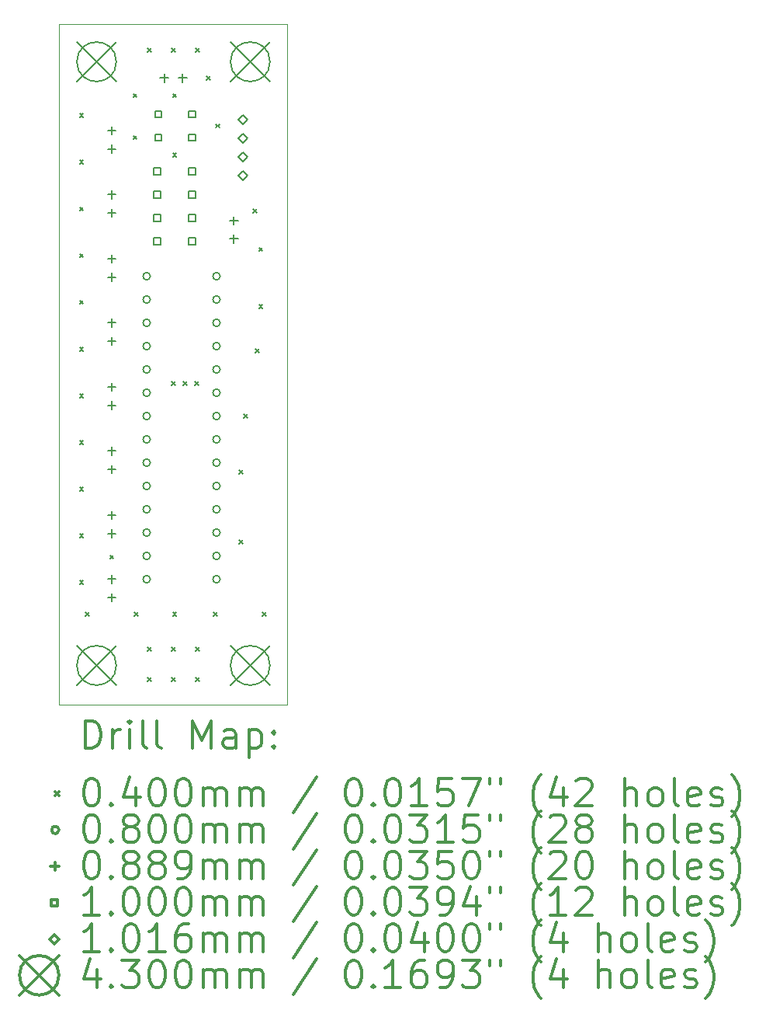
<source format=gbr>
%FSLAX45Y45*%
G04 Gerber Fmt 4.5, Leading zero omitted, Abs format (unit mm)*
G04 Created by KiCad (PCBNEW 5.1.10) date 2021-12-13 09:12:37*
%MOMM*%
%LPD*%
G01*
G04 APERTURE LIST*
%TA.AperFunction,Profile*%
%ADD10C,0.100000*%
%TD*%
%ADD11C,0.200000*%
%ADD12C,0.300000*%
G04 APERTURE END LIST*
D10*
X5969000Y-9601200D02*
X5969000Y-2184400D01*
X8458200Y-9601200D02*
X5969000Y-9601200D01*
X8458200Y-2184400D02*
X8458200Y-9601200D01*
X5969000Y-2184400D02*
X8458200Y-2184400D01*
D11*
X6190300Y-3157600D02*
X6230300Y-3197600D01*
X6230300Y-3157600D02*
X6190300Y-3197600D01*
X6190300Y-3666350D02*
X6230300Y-3706350D01*
X6230300Y-3666350D02*
X6190300Y-3706350D01*
X6190300Y-4175100D02*
X6230300Y-4215100D01*
X6230300Y-4175100D02*
X6190300Y-4215100D01*
X6190300Y-4683850D02*
X6230300Y-4723850D01*
X6230300Y-4683850D02*
X6190300Y-4723850D01*
X6190300Y-5192600D02*
X6230300Y-5232600D01*
X6230300Y-5192600D02*
X6190300Y-5232600D01*
X6190300Y-5701350D02*
X6230300Y-5741350D01*
X6230300Y-5701350D02*
X6190300Y-5741350D01*
X6190300Y-6210100D02*
X6230300Y-6250100D01*
X6230300Y-6210100D02*
X6190300Y-6250100D01*
X6190300Y-6718850D02*
X6230300Y-6758850D01*
X6230300Y-6718850D02*
X6190300Y-6758850D01*
X6190300Y-7227600D02*
X6230300Y-7267600D01*
X6230300Y-7227600D02*
X6190300Y-7267600D01*
X6190300Y-7736350D02*
X6230300Y-7776350D01*
X6230300Y-7736350D02*
X6190300Y-7776350D01*
X6190300Y-8245100D02*
X6230300Y-8285100D01*
X6230300Y-8245100D02*
X6190300Y-8285100D01*
X6253800Y-8590600D02*
X6293800Y-8630600D01*
X6293800Y-8590600D02*
X6253800Y-8630600D01*
X6520500Y-7968300D02*
X6560500Y-8008300D01*
X6560500Y-7968300D02*
X6520500Y-8008300D01*
X6774500Y-2939100D02*
X6814500Y-2979100D01*
X6814500Y-2939100D02*
X6774500Y-2979100D01*
X6774500Y-3396300D02*
X6814500Y-3436300D01*
X6814500Y-3396300D02*
X6774500Y-3436300D01*
X6787200Y-8590600D02*
X6827200Y-8630600D01*
X6827200Y-8590600D02*
X6787200Y-8630600D01*
X6929500Y-2443800D02*
X6969500Y-2483800D01*
X6969500Y-2443800D02*
X6929500Y-2483800D01*
X6929500Y-8971600D02*
X6969500Y-9011600D01*
X6969500Y-8971600D02*
X6929500Y-9011600D01*
X6929500Y-9301800D02*
X6969500Y-9341800D01*
X6969500Y-9301800D02*
X6929500Y-9341800D01*
X7193600Y-2443800D02*
X7233600Y-2483800D01*
X7233600Y-2443800D02*
X7193600Y-2483800D01*
X7193600Y-8971600D02*
X7233600Y-9011600D01*
X7233600Y-8971600D02*
X7193600Y-9011600D01*
X7193600Y-9301800D02*
X7233600Y-9341800D01*
X7233600Y-9301800D02*
X7193600Y-9341800D01*
X7193600Y-6076000D02*
X7233600Y-6116000D01*
X7233600Y-6076000D02*
X7193600Y-6116000D01*
X7206300Y-2939100D02*
X7246300Y-2979100D01*
X7246300Y-2939100D02*
X7206300Y-2979100D01*
X7206300Y-3586800D02*
X7246300Y-3626800D01*
X7246300Y-3586800D02*
X7206300Y-3626800D01*
X7206300Y-8590600D02*
X7246300Y-8630600D01*
X7246300Y-8590600D02*
X7206300Y-8630600D01*
X7320600Y-6076000D02*
X7360600Y-6116000D01*
X7360600Y-6076000D02*
X7320600Y-6116000D01*
X7447600Y-6076000D02*
X7487600Y-6116000D01*
X7487600Y-6076000D02*
X7447600Y-6116000D01*
X7457700Y-2443800D02*
X7497700Y-2483800D01*
X7497700Y-2443800D02*
X7457700Y-2483800D01*
X7457700Y-8971600D02*
X7497700Y-9011600D01*
X7497700Y-8971600D02*
X7457700Y-9011600D01*
X7457700Y-9301800D02*
X7497700Y-9341800D01*
X7497700Y-9301800D02*
X7457700Y-9341800D01*
X7574600Y-2748600D02*
X7614600Y-2788600D01*
X7614600Y-2748600D02*
X7574600Y-2788600D01*
X7650800Y-8590600D02*
X7690800Y-8630600D01*
X7690800Y-8590600D02*
X7650800Y-8630600D01*
X7676200Y-3269300D02*
X7716200Y-3309300D01*
X7716200Y-3269300D02*
X7676200Y-3309300D01*
X7930200Y-7041200D02*
X7970200Y-7081200D01*
X7970200Y-7041200D02*
X7930200Y-7081200D01*
X7930200Y-7803200D02*
X7970200Y-7843200D01*
X7970200Y-7803200D02*
X7930200Y-7843200D01*
X7981000Y-6431600D02*
X8021000Y-6471600D01*
X8021000Y-6431600D02*
X7981000Y-6471600D01*
X8082600Y-4196400D02*
X8122600Y-4236400D01*
X8122600Y-4196400D02*
X8082600Y-4236400D01*
X8108000Y-5720400D02*
X8148000Y-5760400D01*
X8148000Y-5720400D02*
X8108000Y-5760400D01*
X8146100Y-4615500D02*
X8186100Y-4655500D01*
X8186100Y-4615500D02*
X8146100Y-4655500D01*
X8146100Y-5237800D02*
X8186100Y-5277800D01*
X8186100Y-5237800D02*
X8146100Y-5277800D01*
X8184200Y-8590600D02*
X8224200Y-8630600D01*
X8224200Y-8590600D02*
X8184200Y-8630600D01*
X6961500Y-4927600D02*
G75*
G03*
X6961500Y-4927600I-40000J0D01*
G01*
X6961500Y-5181600D02*
G75*
G03*
X6961500Y-5181600I-40000J0D01*
G01*
X6961500Y-5435600D02*
G75*
G03*
X6961500Y-5435600I-40000J0D01*
G01*
X6961500Y-5689600D02*
G75*
G03*
X6961500Y-5689600I-40000J0D01*
G01*
X6961500Y-5943600D02*
G75*
G03*
X6961500Y-5943600I-40000J0D01*
G01*
X6961500Y-6197600D02*
G75*
G03*
X6961500Y-6197600I-40000J0D01*
G01*
X6961500Y-6451600D02*
G75*
G03*
X6961500Y-6451600I-40000J0D01*
G01*
X6961500Y-6705600D02*
G75*
G03*
X6961500Y-6705600I-40000J0D01*
G01*
X6961500Y-6959600D02*
G75*
G03*
X6961500Y-6959600I-40000J0D01*
G01*
X6961500Y-7213600D02*
G75*
G03*
X6961500Y-7213600I-40000J0D01*
G01*
X6961500Y-7467600D02*
G75*
G03*
X6961500Y-7467600I-40000J0D01*
G01*
X6961500Y-7721600D02*
G75*
G03*
X6961500Y-7721600I-40000J0D01*
G01*
X6961500Y-7975600D02*
G75*
G03*
X6961500Y-7975600I-40000J0D01*
G01*
X6961500Y-8229600D02*
G75*
G03*
X6961500Y-8229600I-40000J0D01*
G01*
X7723500Y-4927600D02*
G75*
G03*
X7723500Y-4927600I-40000J0D01*
G01*
X7723500Y-5181600D02*
G75*
G03*
X7723500Y-5181600I-40000J0D01*
G01*
X7723500Y-5435600D02*
G75*
G03*
X7723500Y-5435600I-40000J0D01*
G01*
X7723500Y-5689600D02*
G75*
G03*
X7723500Y-5689600I-40000J0D01*
G01*
X7723500Y-5943600D02*
G75*
G03*
X7723500Y-5943600I-40000J0D01*
G01*
X7723500Y-6197600D02*
G75*
G03*
X7723500Y-6197600I-40000J0D01*
G01*
X7723500Y-6451600D02*
G75*
G03*
X7723500Y-6451600I-40000J0D01*
G01*
X7723500Y-6705600D02*
G75*
G03*
X7723500Y-6705600I-40000J0D01*
G01*
X7723500Y-6959600D02*
G75*
G03*
X7723500Y-6959600I-40000J0D01*
G01*
X7723500Y-7213600D02*
G75*
G03*
X7723500Y-7213600I-40000J0D01*
G01*
X7723500Y-7467600D02*
G75*
G03*
X7723500Y-7467600I-40000J0D01*
G01*
X7723500Y-7721600D02*
G75*
G03*
X7723500Y-7721600I-40000J0D01*
G01*
X7723500Y-7975600D02*
G75*
G03*
X7723500Y-7975600I-40000J0D01*
G01*
X7723500Y-8229600D02*
G75*
G03*
X7723500Y-8229600I-40000J0D01*
G01*
X6540500Y-3295650D02*
X6540500Y-3384550D01*
X6496050Y-3340100D02*
X6584950Y-3340100D01*
X6540500Y-3495650D02*
X6540500Y-3584550D01*
X6496050Y-3540100D02*
X6584950Y-3540100D01*
X6540500Y-3994150D02*
X6540500Y-4083050D01*
X6496050Y-4038600D02*
X6584950Y-4038600D01*
X6540500Y-4194150D02*
X6540500Y-4283050D01*
X6496050Y-4238600D02*
X6584950Y-4238600D01*
X6540500Y-4692650D02*
X6540500Y-4781550D01*
X6496050Y-4737100D02*
X6584950Y-4737100D01*
X6540500Y-4892650D02*
X6540500Y-4981550D01*
X6496050Y-4937100D02*
X6584950Y-4937100D01*
X6540500Y-5391150D02*
X6540500Y-5480050D01*
X6496050Y-5435600D02*
X6584950Y-5435600D01*
X6540500Y-5591150D02*
X6540500Y-5680050D01*
X6496050Y-5635600D02*
X6584950Y-5635600D01*
X6540500Y-6089650D02*
X6540500Y-6178550D01*
X6496050Y-6134100D02*
X6584950Y-6134100D01*
X6540500Y-6289650D02*
X6540500Y-6378550D01*
X6496050Y-6334100D02*
X6584950Y-6334100D01*
X6540500Y-6788150D02*
X6540500Y-6877050D01*
X6496050Y-6832600D02*
X6584950Y-6832600D01*
X6540500Y-6988150D02*
X6540500Y-7077050D01*
X6496050Y-7032600D02*
X6584950Y-7032600D01*
X6540500Y-7486650D02*
X6540500Y-7575550D01*
X6496050Y-7531100D02*
X6584950Y-7531100D01*
X6540500Y-7686650D02*
X6540500Y-7775550D01*
X6496050Y-7731100D02*
X6584950Y-7731100D01*
X6540500Y-8185150D02*
X6540500Y-8274050D01*
X6496050Y-8229600D02*
X6584950Y-8229600D01*
X6540500Y-8385150D02*
X6540500Y-8474050D01*
X6496050Y-8429600D02*
X6584950Y-8429600D01*
X7113600Y-2724150D02*
X7113600Y-2813050D01*
X7069150Y-2768600D02*
X7158050Y-2768600D01*
X7313600Y-2724150D02*
X7313600Y-2813050D01*
X7269150Y-2768600D02*
X7358050Y-2768600D01*
X7874000Y-4276750D02*
X7874000Y-4365650D01*
X7829550Y-4321200D02*
X7918450Y-4321200D01*
X7874000Y-4476750D02*
X7874000Y-4565650D01*
X7829550Y-4521200D02*
X7918450Y-4521200D01*
X7071156Y-3819956D02*
X7071156Y-3749244D01*
X7000444Y-3749244D01*
X7000444Y-3819956D01*
X7071156Y-3819956D01*
X7071156Y-4073956D02*
X7071156Y-4003244D01*
X7000444Y-4003244D01*
X7000444Y-4073956D01*
X7071156Y-4073956D01*
X7071156Y-4327956D02*
X7071156Y-4257244D01*
X7000444Y-4257244D01*
X7000444Y-4327956D01*
X7071156Y-4327956D01*
X7071156Y-4581956D02*
X7071156Y-4511244D01*
X7000444Y-4511244D01*
X7000444Y-4581956D01*
X7071156Y-4581956D01*
X7083856Y-3197656D02*
X7083856Y-3126944D01*
X7013144Y-3126944D01*
X7013144Y-3197656D01*
X7083856Y-3197656D01*
X7083856Y-3451656D02*
X7083856Y-3380944D01*
X7013144Y-3380944D01*
X7013144Y-3451656D01*
X7083856Y-3451656D01*
X7452156Y-3199656D02*
X7452156Y-3128944D01*
X7381444Y-3128944D01*
X7381444Y-3199656D01*
X7452156Y-3199656D01*
X7452156Y-3453656D02*
X7452156Y-3382944D01*
X7381444Y-3382944D01*
X7381444Y-3453656D01*
X7452156Y-3453656D01*
X7452156Y-3819956D02*
X7452156Y-3749244D01*
X7381444Y-3749244D01*
X7381444Y-3819956D01*
X7452156Y-3819956D01*
X7452156Y-4073956D02*
X7452156Y-4003244D01*
X7381444Y-4003244D01*
X7381444Y-4073956D01*
X7452156Y-4073956D01*
X7452156Y-4327956D02*
X7452156Y-4257244D01*
X7381444Y-4257244D01*
X7381444Y-4327956D01*
X7452156Y-4327956D01*
X7452156Y-4581956D02*
X7452156Y-4511244D01*
X7381444Y-4511244D01*
X7381444Y-4581956D01*
X7452156Y-4581956D01*
X7975600Y-3271200D02*
X8026400Y-3220400D01*
X7975600Y-3169600D01*
X7924800Y-3220400D01*
X7975600Y-3271200D01*
X7975600Y-3476200D02*
X8026400Y-3425400D01*
X7975600Y-3374600D01*
X7924800Y-3425400D01*
X7975600Y-3476200D01*
X7975600Y-3681200D02*
X8026400Y-3630400D01*
X7975600Y-3579600D01*
X7924800Y-3630400D01*
X7975600Y-3681200D01*
X7975600Y-3886200D02*
X8026400Y-3835400D01*
X7975600Y-3784600D01*
X7924800Y-3835400D01*
X7975600Y-3886200D01*
X6160400Y-2375800D02*
X6590400Y-2805800D01*
X6590400Y-2375800D02*
X6160400Y-2805800D01*
X6590400Y-2590800D02*
G75*
G03*
X6590400Y-2590800I-215000J0D01*
G01*
X6160400Y-8954400D02*
X6590400Y-9384400D01*
X6590400Y-8954400D02*
X6160400Y-9384400D01*
X6590400Y-9169400D02*
G75*
G03*
X6590400Y-9169400I-215000J0D01*
G01*
X7836800Y-2375800D02*
X8266800Y-2805800D01*
X8266800Y-2375800D02*
X7836800Y-2805800D01*
X8266800Y-2590800D02*
G75*
G03*
X8266800Y-2590800I-215000J0D01*
G01*
X7836800Y-8954400D02*
X8266800Y-9384400D01*
X8266800Y-8954400D02*
X7836800Y-9384400D01*
X8266800Y-9169400D02*
G75*
G03*
X8266800Y-9169400I-215000J0D01*
G01*
D12*
X6250428Y-10071914D02*
X6250428Y-9771914D01*
X6321857Y-9771914D01*
X6364714Y-9786200D01*
X6393286Y-9814772D01*
X6407571Y-9843343D01*
X6421857Y-9900486D01*
X6421857Y-9943343D01*
X6407571Y-10000486D01*
X6393286Y-10029057D01*
X6364714Y-10057629D01*
X6321857Y-10071914D01*
X6250428Y-10071914D01*
X6550428Y-10071914D02*
X6550428Y-9871914D01*
X6550428Y-9929057D02*
X6564714Y-9900486D01*
X6579000Y-9886200D01*
X6607571Y-9871914D01*
X6636143Y-9871914D01*
X6736143Y-10071914D02*
X6736143Y-9871914D01*
X6736143Y-9771914D02*
X6721857Y-9786200D01*
X6736143Y-9800486D01*
X6750428Y-9786200D01*
X6736143Y-9771914D01*
X6736143Y-9800486D01*
X6921857Y-10071914D02*
X6893286Y-10057629D01*
X6879000Y-10029057D01*
X6879000Y-9771914D01*
X7079000Y-10071914D02*
X7050428Y-10057629D01*
X7036143Y-10029057D01*
X7036143Y-9771914D01*
X7421857Y-10071914D02*
X7421857Y-9771914D01*
X7521857Y-9986200D01*
X7621857Y-9771914D01*
X7621857Y-10071914D01*
X7893286Y-10071914D02*
X7893286Y-9914772D01*
X7879000Y-9886200D01*
X7850428Y-9871914D01*
X7793286Y-9871914D01*
X7764714Y-9886200D01*
X7893286Y-10057629D02*
X7864714Y-10071914D01*
X7793286Y-10071914D01*
X7764714Y-10057629D01*
X7750428Y-10029057D01*
X7750428Y-10000486D01*
X7764714Y-9971914D01*
X7793286Y-9957629D01*
X7864714Y-9957629D01*
X7893286Y-9943343D01*
X8036143Y-9871914D02*
X8036143Y-10171914D01*
X8036143Y-9886200D02*
X8064714Y-9871914D01*
X8121857Y-9871914D01*
X8150428Y-9886200D01*
X8164714Y-9900486D01*
X8179000Y-9929057D01*
X8179000Y-10014772D01*
X8164714Y-10043343D01*
X8150428Y-10057629D01*
X8121857Y-10071914D01*
X8064714Y-10071914D01*
X8036143Y-10057629D01*
X8307571Y-10043343D02*
X8321857Y-10057629D01*
X8307571Y-10071914D01*
X8293286Y-10057629D01*
X8307571Y-10043343D01*
X8307571Y-10071914D01*
X8307571Y-9886200D02*
X8321857Y-9900486D01*
X8307571Y-9914772D01*
X8293286Y-9900486D01*
X8307571Y-9886200D01*
X8307571Y-9914772D01*
X5924000Y-10546200D02*
X5964000Y-10586200D01*
X5964000Y-10546200D02*
X5924000Y-10586200D01*
X6307571Y-10401914D02*
X6336143Y-10401914D01*
X6364714Y-10416200D01*
X6379000Y-10430486D01*
X6393286Y-10459057D01*
X6407571Y-10516200D01*
X6407571Y-10587629D01*
X6393286Y-10644772D01*
X6379000Y-10673343D01*
X6364714Y-10687629D01*
X6336143Y-10701914D01*
X6307571Y-10701914D01*
X6279000Y-10687629D01*
X6264714Y-10673343D01*
X6250428Y-10644772D01*
X6236143Y-10587629D01*
X6236143Y-10516200D01*
X6250428Y-10459057D01*
X6264714Y-10430486D01*
X6279000Y-10416200D01*
X6307571Y-10401914D01*
X6536143Y-10673343D02*
X6550428Y-10687629D01*
X6536143Y-10701914D01*
X6521857Y-10687629D01*
X6536143Y-10673343D01*
X6536143Y-10701914D01*
X6807571Y-10501914D02*
X6807571Y-10701914D01*
X6736143Y-10387629D02*
X6664714Y-10601914D01*
X6850428Y-10601914D01*
X7021857Y-10401914D02*
X7050428Y-10401914D01*
X7079000Y-10416200D01*
X7093286Y-10430486D01*
X7107571Y-10459057D01*
X7121857Y-10516200D01*
X7121857Y-10587629D01*
X7107571Y-10644772D01*
X7093286Y-10673343D01*
X7079000Y-10687629D01*
X7050428Y-10701914D01*
X7021857Y-10701914D01*
X6993286Y-10687629D01*
X6979000Y-10673343D01*
X6964714Y-10644772D01*
X6950428Y-10587629D01*
X6950428Y-10516200D01*
X6964714Y-10459057D01*
X6979000Y-10430486D01*
X6993286Y-10416200D01*
X7021857Y-10401914D01*
X7307571Y-10401914D02*
X7336143Y-10401914D01*
X7364714Y-10416200D01*
X7379000Y-10430486D01*
X7393286Y-10459057D01*
X7407571Y-10516200D01*
X7407571Y-10587629D01*
X7393286Y-10644772D01*
X7379000Y-10673343D01*
X7364714Y-10687629D01*
X7336143Y-10701914D01*
X7307571Y-10701914D01*
X7279000Y-10687629D01*
X7264714Y-10673343D01*
X7250428Y-10644772D01*
X7236143Y-10587629D01*
X7236143Y-10516200D01*
X7250428Y-10459057D01*
X7264714Y-10430486D01*
X7279000Y-10416200D01*
X7307571Y-10401914D01*
X7536143Y-10701914D02*
X7536143Y-10501914D01*
X7536143Y-10530486D02*
X7550428Y-10516200D01*
X7579000Y-10501914D01*
X7621857Y-10501914D01*
X7650428Y-10516200D01*
X7664714Y-10544772D01*
X7664714Y-10701914D01*
X7664714Y-10544772D02*
X7679000Y-10516200D01*
X7707571Y-10501914D01*
X7750428Y-10501914D01*
X7779000Y-10516200D01*
X7793286Y-10544772D01*
X7793286Y-10701914D01*
X7936143Y-10701914D02*
X7936143Y-10501914D01*
X7936143Y-10530486D02*
X7950428Y-10516200D01*
X7979000Y-10501914D01*
X8021857Y-10501914D01*
X8050428Y-10516200D01*
X8064714Y-10544772D01*
X8064714Y-10701914D01*
X8064714Y-10544772D02*
X8079000Y-10516200D01*
X8107571Y-10501914D01*
X8150428Y-10501914D01*
X8179000Y-10516200D01*
X8193286Y-10544772D01*
X8193286Y-10701914D01*
X8779000Y-10387629D02*
X8521857Y-10773343D01*
X9164714Y-10401914D02*
X9193286Y-10401914D01*
X9221857Y-10416200D01*
X9236143Y-10430486D01*
X9250428Y-10459057D01*
X9264714Y-10516200D01*
X9264714Y-10587629D01*
X9250428Y-10644772D01*
X9236143Y-10673343D01*
X9221857Y-10687629D01*
X9193286Y-10701914D01*
X9164714Y-10701914D01*
X9136143Y-10687629D01*
X9121857Y-10673343D01*
X9107571Y-10644772D01*
X9093286Y-10587629D01*
X9093286Y-10516200D01*
X9107571Y-10459057D01*
X9121857Y-10430486D01*
X9136143Y-10416200D01*
X9164714Y-10401914D01*
X9393286Y-10673343D02*
X9407571Y-10687629D01*
X9393286Y-10701914D01*
X9379000Y-10687629D01*
X9393286Y-10673343D01*
X9393286Y-10701914D01*
X9593286Y-10401914D02*
X9621857Y-10401914D01*
X9650428Y-10416200D01*
X9664714Y-10430486D01*
X9679000Y-10459057D01*
X9693286Y-10516200D01*
X9693286Y-10587629D01*
X9679000Y-10644772D01*
X9664714Y-10673343D01*
X9650428Y-10687629D01*
X9621857Y-10701914D01*
X9593286Y-10701914D01*
X9564714Y-10687629D01*
X9550428Y-10673343D01*
X9536143Y-10644772D01*
X9521857Y-10587629D01*
X9521857Y-10516200D01*
X9536143Y-10459057D01*
X9550428Y-10430486D01*
X9564714Y-10416200D01*
X9593286Y-10401914D01*
X9979000Y-10701914D02*
X9807571Y-10701914D01*
X9893286Y-10701914D02*
X9893286Y-10401914D01*
X9864714Y-10444772D01*
X9836143Y-10473343D01*
X9807571Y-10487629D01*
X10250428Y-10401914D02*
X10107571Y-10401914D01*
X10093286Y-10544772D01*
X10107571Y-10530486D01*
X10136143Y-10516200D01*
X10207571Y-10516200D01*
X10236143Y-10530486D01*
X10250428Y-10544772D01*
X10264714Y-10573343D01*
X10264714Y-10644772D01*
X10250428Y-10673343D01*
X10236143Y-10687629D01*
X10207571Y-10701914D01*
X10136143Y-10701914D01*
X10107571Y-10687629D01*
X10093286Y-10673343D01*
X10364714Y-10401914D02*
X10564714Y-10401914D01*
X10436143Y-10701914D01*
X10664714Y-10401914D02*
X10664714Y-10459057D01*
X10779000Y-10401914D02*
X10779000Y-10459057D01*
X11221857Y-10816200D02*
X11207571Y-10801914D01*
X11179000Y-10759057D01*
X11164714Y-10730486D01*
X11150428Y-10687629D01*
X11136143Y-10616200D01*
X11136143Y-10559057D01*
X11150428Y-10487629D01*
X11164714Y-10444772D01*
X11179000Y-10416200D01*
X11207571Y-10373343D01*
X11221857Y-10359057D01*
X11464714Y-10501914D02*
X11464714Y-10701914D01*
X11393286Y-10387629D02*
X11321857Y-10601914D01*
X11507571Y-10601914D01*
X11607571Y-10430486D02*
X11621857Y-10416200D01*
X11650428Y-10401914D01*
X11721857Y-10401914D01*
X11750428Y-10416200D01*
X11764714Y-10430486D01*
X11779000Y-10459057D01*
X11779000Y-10487629D01*
X11764714Y-10530486D01*
X11593286Y-10701914D01*
X11779000Y-10701914D01*
X12136143Y-10701914D02*
X12136143Y-10401914D01*
X12264714Y-10701914D02*
X12264714Y-10544772D01*
X12250428Y-10516200D01*
X12221857Y-10501914D01*
X12179000Y-10501914D01*
X12150428Y-10516200D01*
X12136143Y-10530486D01*
X12450428Y-10701914D02*
X12421857Y-10687629D01*
X12407571Y-10673343D01*
X12393286Y-10644772D01*
X12393286Y-10559057D01*
X12407571Y-10530486D01*
X12421857Y-10516200D01*
X12450428Y-10501914D01*
X12493286Y-10501914D01*
X12521857Y-10516200D01*
X12536143Y-10530486D01*
X12550428Y-10559057D01*
X12550428Y-10644772D01*
X12536143Y-10673343D01*
X12521857Y-10687629D01*
X12493286Y-10701914D01*
X12450428Y-10701914D01*
X12721857Y-10701914D02*
X12693286Y-10687629D01*
X12679000Y-10659057D01*
X12679000Y-10401914D01*
X12950428Y-10687629D02*
X12921857Y-10701914D01*
X12864714Y-10701914D01*
X12836143Y-10687629D01*
X12821857Y-10659057D01*
X12821857Y-10544772D01*
X12836143Y-10516200D01*
X12864714Y-10501914D01*
X12921857Y-10501914D01*
X12950428Y-10516200D01*
X12964714Y-10544772D01*
X12964714Y-10573343D01*
X12821857Y-10601914D01*
X13079000Y-10687629D02*
X13107571Y-10701914D01*
X13164714Y-10701914D01*
X13193286Y-10687629D01*
X13207571Y-10659057D01*
X13207571Y-10644772D01*
X13193286Y-10616200D01*
X13164714Y-10601914D01*
X13121857Y-10601914D01*
X13093286Y-10587629D01*
X13079000Y-10559057D01*
X13079000Y-10544772D01*
X13093286Y-10516200D01*
X13121857Y-10501914D01*
X13164714Y-10501914D01*
X13193286Y-10516200D01*
X13307571Y-10816200D02*
X13321857Y-10801914D01*
X13350428Y-10759057D01*
X13364714Y-10730486D01*
X13379000Y-10687629D01*
X13393286Y-10616200D01*
X13393286Y-10559057D01*
X13379000Y-10487629D01*
X13364714Y-10444772D01*
X13350428Y-10416200D01*
X13321857Y-10373343D01*
X13307571Y-10359057D01*
X5964000Y-10962200D02*
G75*
G03*
X5964000Y-10962200I-40000J0D01*
G01*
X6307571Y-10797914D02*
X6336143Y-10797914D01*
X6364714Y-10812200D01*
X6379000Y-10826486D01*
X6393286Y-10855057D01*
X6407571Y-10912200D01*
X6407571Y-10983629D01*
X6393286Y-11040772D01*
X6379000Y-11069343D01*
X6364714Y-11083629D01*
X6336143Y-11097914D01*
X6307571Y-11097914D01*
X6279000Y-11083629D01*
X6264714Y-11069343D01*
X6250428Y-11040772D01*
X6236143Y-10983629D01*
X6236143Y-10912200D01*
X6250428Y-10855057D01*
X6264714Y-10826486D01*
X6279000Y-10812200D01*
X6307571Y-10797914D01*
X6536143Y-11069343D02*
X6550428Y-11083629D01*
X6536143Y-11097914D01*
X6521857Y-11083629D01*
X6536143Y-11069343D01*
X6536143Y-11097914D01*
X6721857Y-10926486D02*
X6693286Y-10912200D01*
X6679000Y-10897914D01*
X6664714Y-10869343D01*
X6664714Y-10855057D01*
X6679000Y-10826486D01*
X6693286Y-10812200D01*
X6721857Y-10797914D01*
X6779000Y-10797914D01*
X6807571Y-10812200D01*
X6821857Y-10826486D01*
X6836143Y-10855057D01*
X6836143Y-10869343D01*
X6821857Y-10897914D01*
X6807571Y-10912200D01*
X6779000Y-10926486D01*
X6721857Y-10926486D01*
X6693286Y-10940772D01*
X6679000Y-10955057D01*
X6664714Y-10983629D01*
X6664714Y-11040772D01*
X6679000Y-11069343D01*
X6693286Y-11083629D01*
X6721857Y-11097914D01*
X6779000Y-11097914D01*
X6807571Y-11083629D01*
X6821857Y-11069343D01*
X6836143Y-11040772D01*
X6836143Y-10983629D01*
X6821857Y-10955057D01*
X6807571Y-10940772D01*
X6779000Y-10926486D01*
X7021857Y-10797914D02*
X7050428Y-10797914D01*
X7079000Y-10812200D01*
X7093286Y-10826486D01*
X7107571Y-10855057D01*
X7121857Y-10912200D01*
X7121857Y-10983629D01*
X7107571Y-11040772D01*
X7093286Y-11069343D01*
X7079000Y-11083629D01*
X7050428Y-11097914D01*
X7021857Y-11097914D01*
X6993286Y-11083629D01*
X6979000Y-11069343D01*
X6964714Y-11040772D01*
X6950428Y-10983629D01*
X6950428Y-10912200D01*
X6964714Y-10855057D01*
X6979000Y-10826486D01*
X6993286Y-10812200D01*
X7021857Y-10797914D01*
X7307571Y-10797914D02*
X7336143Y-10797914D01*
X7364714Y-10812200D01*
X7379000Y-10826486D01*
X7393286Y-10855057D01*
X7407571Y-10912200D01*
X7407571Y-10983629D01*
X7393286Y-11040772D01*
X7379000Y-11069343D01*
X7364714Y-11083629D01*
X7336143Y-11097914D01*
X7307571Y-11097914D01*
X7279000Y-11083629D01*
X7264714Y-11069343D01*
X7250428Y-11040772D01*
X7236143Y-10983629D01*
X7236143Y-10912200D01*
X7250428Y-10855057D01*
X7264714Y-10826486D01*
X7279000Y-10812200D01*
X7307571Y-10797914D01*
X7536143Y-11097914D02*
X7536143Y-10897914D01*
X7536143Y-10926486D02*
X7550428Y-10912200D01*
X7579000Y-10897914D01*
X7621857Y-10897914D01*
X7650428Y-10912200D01*
X7664714Y-10940772D01*
X7664714Y-11097914D01*
X7664714Y-10940772D02*
X7679000Y-10912200D01*
X7707571Y-10897914D01*
X7750428Y-10897914D01*
X7779000Y-10912200D01*
X7793286Y-10940772D01*
X7793286Y-11097914D01*
X7936143Y-11097914D02*
X7936143Y-10897914D01*
X7936143Y-10926486D02*
X7950428Y-10912200D01*
X7979000Y-10897914D01*
X8021857Y-10897914D01*
X8050428Y-10912200D01*
X8064714Y-10940772D01*
X8064714Y-11097914D01*
X8064714Y-10940772D02*
X8079000Y-10912200D01*
X8107571Y-10897914D01*
X8150428Y-10897914D01*
X8179000Y-10912200D01*
X8193286Y-10940772D01*
X8193286Y-11097914D01*
X8779000Y-10783629D02*
X8521857Y-11169343D01*
X9164714Y-10797914D02*
X9193286Y-10797914D01*
X9221857Y-10812200D01*
X9236143Y-10826486D01*
X9250428Y-10855057D01*
X9264714Y-10912200D01*
X9264714Y-10983629D01*
X9250428Y-11040772D01*
X9236143Y-11069343D01*
X9221857Y-11083629D01*
X9193286Y-11097914D01*
X9164714Y-11097914D01*
X9136143Y-11083629D01*
X9121857Y-11069343D01*
X9107571Y-11040772D01*
X9093286Y-10983629D01*
X9093286Y-10912200D01*
X9107571Y-10855057D01*
X9121857Y-10826486D01*
X9136143Y-10812200D01*
X9164714Y-10797914D01*
X9393286Y-11069343D02*
X9407571Y-11083629D01*
X9393286Y-11097914D01*
X9379000Y-11083629D01*
X9393286Y-11069343D01*
X9393286Y-11097914D01*
X9593286Y-10797914D02*
X9621857Y-10797914D01*
X9650428Y-10812200D01*
X9664714Y-10826486D01*
X9679000Y-10855057D01*
X9693286Y-10912200D01*
X9693286Y-10983629D01*
X9679000Y-11040772D01*
X9664714Y-11069343D01*
X9650428Y-11083629D01*
X9621857Y-11097914D01*
X9593286Y-11097914D01*
X9564714Y-11083629D01*
X9550428Y-11069343D01*
X9536143Y-11040772D01*
X9521857Y-10983629D01*
X9521857Y-10912200D01*
X9536143Y-10855057D01*
X9550428Y-10826486D01*
X9564714Y-10812200D01*
X9593286Y-10797914D01*
X9793286Y-10797914D02*
X9979000Y-10797914D01*
X9879000Y-10912200D01*
X9921857Y-10912200D01*
X9950428Y-10926486D01*
X9964714Y-10940772D01*
X9979000Y-10969343D01*
X9979000Y-11040772D01*
X9964714Y-11069343D01*
X9950428Y-11083629D01*
X9921857Y-11097914D01*
X9836143Y-11097914D01*
X9807571Y-11083629D01*
X9793286Y-11069343D01*
X10264714Y-11097914D02*
X10093286Y-11097914D01*
X10179000Y-11097914D02*
X10179000Y-10797914D01*
X10150428Y-10840772D01*
X10121857Y-10869343D01*
X10093286Y-10883629D01*
X10536143Y-10797914D02*
X10393286Y-10797914D01*
X10379000Y-10940772D01*
X10393286Y-10926486D01*
X10421857Y-10912200D01*
X10493286Y-10912200D01*
X10521857Y-10926486D01*
X10536143Y-10940772D01*
X10550428Y-10969343D01*
X10550428Y-11040772D01*
X10536143Y-11069343D01*
X10521857Y-11083629D01*
X10493286Y-11097914D01*
X10421857Y-11097914D01*
X10393286Y-11083629D01*
X10379000Y-11069343D01*
X10664714Y-10797914D02*
X10664714Y-10855057D01*
X10779000Y-10797914D02*
X10779000Y-10855057D01*
X11221857Y-11212200D02*
X11207571Y-11197914D01*
X11179000Y-11155057D01*
X11164714Y-11126486D01*
X11150428Y-11083629D01*
X11136143Y-11012200D01*
X11136143Y-10955057D01*
X11150428Y-10883629D01*
X11164714Y-10840772D01*
X11179000Y-10812200D01*
X11207571Y-10769343D01*
X11221857Y-10755057D01*
X11321857Y-10826486D02*
X11336143Y-10812200D01*
X11364714Y-10797914D01*
X11436143Y-10797914D01*
X11464714Y-10812200D01*
X11479000Y-10826486D01*
X11493286Y-10855057D01*
X11493286Y-10883629D01*
X11479000Y-10926486D01*
X11307571Y-11097914D01*
X11493286Y-11097914D01*
X11664714Y-10926486D02*
X11636143Y-10912200D01*
X11621857Y-10897914D01*
X11607571Y-10869343D01*
X11607571Y-10855057D01*
X11621857Y-10826486D01*
X11636143Y-10812200D01*
X11664714Y-10797914D01*
X11721857Y-10797914D01*
X11750428Y-10812200D01*
X11764714Y-10826486D01*
X11779000Y-10855057D01*
X11779000Y-10869343D01*
X11764714Y-10897914D01*
X11750428Y-10912200D01*
X11721857Y-10926486D01*
X11664714Y-10926486D01*
X11636143Y-10940772D01*
X11621857Y-10955057D01*
X11607571Y-10983629D01*
X11607571Y-11040772D01*
X11621857Y-11069343D01*
X11636143Y-11083629D01*
X11664714Y-11097914D01*
X11721857Y-11097914D01*
X11750428Y-11083629D01*
X11764714Y-11069343D01*
X11779000Y-11040772D01*
X11779000Y-10983629D01*
X11764714Y-10955057D01*
X11750428Y-10940772D01*
X11721857Y-10926486D01*
X12136143Y-11097914D02*
X12136143Y-10797914D01*
X12264714Y-11097914D02*
X12264714Y-10940772D01*
X12250428Y-10912200D01*
X12221857Y-10897914D01*
X12179000Y-10897914D01*
X12150428Y-10912200D01*
X12136143Y-10926486D01*
X12450428Y-11097914D02*
X12421857Y-11083629D01*
X12407571Y-11069343D01*
X12393286Y-11040772D01*
X12393286Y-10955057D01*
X12407571Y-10926486D01*
X12421857Y-10912200D01*
X12450428Y-10897914D01*
X12493286Y-10897914D01*
X12521857Y-10912200D01*
X12536143Y-10926486D01*
X12550428Y-10955057D01*
X12550428Y-11040772D01*
X12536143Y-11069343D01*
X12521857Y-11083629D01*
X12493286Y-11097914D01*
X12450428Y-11097914D01*
X12721857Y-11097914D02*
X12693286Y-11083629D01*
X12679000Y-11055057D01*
X12679000Y-10797914D01*
X12950428Y-11083629D02*
X12921857Y-11097914D01*
X12864714Y-11097914D01*
X12836143Y-11083629D01*
X12821857Y-11055057D01*
X12821857Y-10940772D01*
X12836143Y-10912200D01*
X12864714Y-10897914D01*
X12921857Y-10897914D01*
X12950428Y-10912200D01*
X12964714Y-10940772D01*
X12964714Y-10969343D01*
X12821857Y-10997914D01*
X13079000Y-11083629D02*
X13107571Y-11097914D01*
X13164714Y-11097914D01*
X13193286Y-11083629D01*
X13207571Y-11055057D01*
X13207571Y-11040772D01*
X13193286Y-11012200D01*
X13164714Y-10997914D01*
X13121857Y-10997914D01*
X13093286Y-10983629D01*
X13079000Y-10955057D01*
X13079000Y-10940772D01*
X13093286Y-10912200D01*
X13121857Y-10897914D01*
X13164714Y-10897914D01*
X13193286Y-10912200D01*
X13307571Y-11212200D02*
X13321857Y-11197914D01*
X13350428Y-11155057D01*
X13364714Y-11126486D01*
X13379000Y-11083629D01*
X13393286Y-11012200D01*
X13393286Y-10955057D01*
X13379000Y-10883629D01*
X13364714Y-10840772D01*
X13350428Y-10812200D01*
X13321857Y-10769343D01*
X13307571Y-10755057D01*
X5919550Y-11313750D02*
X5919550Y-11402650D01*
X5875100Y-11358200D02*
X5964000Y-11358200D01*
X6307571Y-11193914D02*
X6336143Y-11193914D01*
X6364714Y-11208200D01*
X6379000Y-11222486D01*
X6393286Y-11251057D01*
X6407571Y-11308200D01*
X6407571Y-11379629D01*
X6393286Y-11436771D01*
X6379000Y-11465343D01*
X6364714Y-11479629D01*
X6336143Y-11493914D01*
X6307571Y-11493914D01*
X6279000Y-11479629D01*
X6264714Y-11465343D01*
X6250428Y-11436771D01*
X6236143Y-11379629D01*
X6236143Y-11308200D01*
X6250428Y-11251057D01*
X6264714Y-11222486D01*
X6279000Y-11208200D01*
X6307571Y-11193914D01*
X6536143Y-11465343D02*
X6550428Y-11479629D01*
X6536143Y-11493914D01*
X6521857Y-11479629D01*
X6536143Y-11465343D01*
X6536143Y-11493914D01*
X6721857Y-11322486D02*
X6693286Y-11308200D01*
X6679000Y-11293914D01*
X6664714Y-11265343D01*
X6664714Y-11251057D01*
X6679000Y-11222486D01*
X6693286Y-11208200D01*
X6721857Y-11193914D01*
X6779000Y-11193914D01*
X6807571Y-11208200D01*
X6821857Y-11222486D01*
X6836143Y-11251057D01*
X6836143Y-11265343D01*
X6821857Y-11293914D01*
X6807571Y-11308200D01*
X6779000Y-11322486D01*
X6721857Y-11322486D01*
X6693286Y-11336771D01*
X6679000Y-11351057D01*
X6664714Y-11379629D01*
X6664714Y-11436771D01*
X6679000Y-11465343D01*
X6693286Y-11479629D01*
X6721857Y-11493914D01*
X6779000Y-11493914D01*
X6807571Y-11479629D01*
X6821857Y-11465343D01*
X6836143Y-11436771D01*
X6836143Y-11379629D01*
X6821857Y-11351057D01*
X6807571Y-11336771D01*
X6779000Y-11322486D01*
X7007571Y-11322486D02*
X6979000Y-11308200D01*
X6964714Y-11293914D01*
X6950428Y-11265343D01*
X6950428Y-11251057D01*
X6964714Y-11222486D01*
X6979000Y-11208200D01*
X7007571Y-11193914D01*
X7064714Y-11193914D01*
X7093286Y-11208200D01*
X7107571Y-11222486D01*
X7121857Y-11251057D01*
X7121857Y-11265343D01*
X7107571Y-11293914D01*
X7093286Y-11308200D01*
X7064714Y-11322486D01*
X7007571Y-11322486D01*
X6979000Y-11336771D01*
X6964714Y-11351057D01*
X6950428Y-11379629D01*
X6950428Y-11436771D01*
X6964714Y-11465343D01*
X6979000Y-11479629D01*
X7007571Y-11493914D01*
X7064714Y-11493914D01*
X7093286Y-11479629D01*
X7107571Y-11465343D01*
X7121857Y-11436771D01*
X7121857Y-11379629D01*
X7107571Y-11351057D01*
X7093286Y-11336771D01*
X7064714Y-11322486D01*
X7264714Y-11493914D02*
X7321857Y-11493914D01*
X7350428Y-11479629D01*
X7364714Y-11465343D01*
X7393286Y-11422486D01*
X7407571Y-11365343D01*
X7407571Y-11251057D01*
X7393286Y-11222486D01*
X7379000Y-11208200D01*
X7350428Y-11193914D01*
X7293286Y-11193914D01*
X7264714Y-11208200D01*
X7250428Y-11222486D01*
X7236143Y-11251057D01*
X7236143Y-11322486D01*
X7250428Y-11351057D01*
X7264714Y-11365343D01*
X7293286Y-11379629D01*
X7350428Y-11379629D01*
X7379000Y-11365343D01*
X7393286Y-11351057D01*
X7407571Y-11322486D01*
X7536143Y-11493914D02*
X7536143Y-11293914D01*
X7536143Y-11322486D02*
X7550428Y-11308200D01*
X7579000Y-11293914D01*
X7621857Y-11293914D01*
X7650428Y-11308200D01*
X7664714Y-11336771D01*
X7664714Y-11493914D01*
X7664714Y-11336771D02*
X7679000Y-11308200D01*
X7707571Y-11293914D01*
X7750428Y-11293914D01*
X7779000Y-11308200D01*
X7793286Y-11336771D01*
X7793286Y-11493914D01*
X7936143Y-11493914D02*
X7936143Y-11293914D01*
X7936143Y-11322486D02*
X7950428Y-11308200D01*
X7979000Y-11293914D01*
X8021857Y-11293914D01*
X8050428Y-11308200D01*
X8064714Y-11336771D01*
X8064714Y-11493914D01*
X8064714Y-11336771D02*
X8079000Y-11308200D01*
X8107571Y-11293914D01*
X8150428Y-11293914D01*
X8179000Y-11308200D01*
X8193286Y-11336771D01*
X8193286Y-11493914D01*
X8779000Y-11179629D02*
X8521857Y-11565343D01*
X9164714Y-11193914D02*
X9193286Y-11193914D01*
X9221857Y-11208200D01*
X9236143Y-11222486D01*
X9250428Y-11251057D01*
X9264714Y-11308200D01*
X9264714Y-11379629D01*
X9250428Y-11436771D01*
X9236143Y-11465343D01*
X9221857Y-11479629D01*
X9193286Y-11493914D01*
X9164714Y-11493914D01*
X9136143Y-11479629D01*
X9121857Y-11465343D01*
X9107571Y-11436771D01*
X9093286Y-11379629D01*
X9093286Y-11308200D01*
X9107571Y-11251057D01*
X9121857Y-11222486D01*
X9136143Y-11208200D01*
X9164714Y-11193914D01*
X9393286Y-11465343D02*
X9407571Y-11479629D01*
X9393286Y-11493914D01*
X9379000Y-11479629D01*
X9393286Y-11465343D01*
X9393286Y-11493914D01*
X9593286Y-11193914D02*
X9621857Y-11193914D01*
X9650428Y-11208200D01*
X9664714Y-11222486D01*
X9679000Y-11251057D01*
X9693286Y-11308200D01*
X9693286Y-11379629D01*
X9679000Y-11436771D01*
X9664714Y-11465343D01*
X9650428Y-11479629D01*
X9621857Y-11493914D01*
X9593286Y-11493914D01*
X9564714Y-11479629D01*
X9550428Y-11465343D01*
X9536143Y-11436771D01*
X9521857Y-11379629D01*
X9521857Y-11308200D01*
X9536143Y-11251057D01*
X9550428Y-11222486D01*
X9564714Y-11208200D01*
X9593286Y-11193914D01*
X9793286Y-11193914D02*
X9979000Y-11193914D01*
X9879000Y-11308200D01*
X9921857Y-11308200D01*
X9950428Y-11322486D01*
X9964714Y-11336771D01*
X9979000Y-11365343D01*
X9979000Y-11436771D01*
X9964714Y-11465343D01*
X9950428Y-11479629D01*
X9921857Y-11493914D01*
X9836143Y-11493914D01*
X9807571Y-11479629D01*
X9793286Y-11465343D01*
X10250428Y-11193914D02*
X10107571Y-11193914D01*
X10093286Y-11336771D01*
X10107571Y-11322486D01*
X10136143Y-11308200D01*
X10207571Y-11308200D01*
X10236143Y-11322486D01*
X10250428Y-11336771D01*
X10264714Y-11365343D01*
X10264714Y-11436771D01*
X10250428Y-11465343D01*
X10236143Y-11479629D01*
X10207571Y-11493914D01*
X10136143Y-11493914D01*
X10107571Y-11479629D01*
X10093286Y-11465343D01*
X10450428Y-11193914D02*
X10479000Y-11193914D01*
X10507571Y-11208200D01*
X10521857Y-11222486D01*
X10536143Y-11251057D01*
X10550428Y-11308200D01*
X10550428Y-11379629D01*
X10536143Y-11436771D01*
X10521857Y-11465343D01*
X10507571Y-11479629D01*
X10479000Y-11493914D01*
X10450428Y-11493914D01*
X10421857Y-11479629D01*
X10407571Y-11465343D01*
X10393286Y-11436771D01*
X10379000Y-11379629D01*
X10379000Y-11308200D01*
X10393286Y-11251057D01*
X10407571Y-11222486D01*
X10421857Y-11208200D01*
X10450428Y-11193914D01*
X10664714Y-11193914D02*
X10664714Y-11251057D01*
X10779000Y-11193914D02*
X10779000Y-11251057D01*
X11221857Y-11608200D02*
X11207571Y-11593914D01*
X11179000Y-11551057D01*
X11164714Y-11522486D01*
X11150428Y-11479629D01*
X11136143Y-11408200D01*
X11136143Y-11351057D01*
X11150428Y-11279629D01*
X11164714Y-11236771D01*
X11179000Y-11208200D01*
X11207571Y-11165343D01*
X11221857Y-11151057D01*
X11321857Y-11222486D02*
X11336143Y-11208200D01*
X11364714Y-11193914D01*
X11436143Y-11193914D01*
X11464714Y-11208200D01*
X11479000Y-11222486D01*
X11493286Y-11251057D01*
X11493286Y-11279629D01*
X11479000Y-11322486D01*
X11307571Y-11493914D01*
X11493286Y-11493914D01*
X11679000Y-11193914D02*
X11707571Y-11193914D01*
X11736143Y-11208200D01*
X11750428Y-11222486D01*
X11764714Y-11251057D01*
X11779000Y-11308200D01*
X11779000Y-11379629D01*
X11764714Y-11436771D01*
X11750428Y-11465343D01*
X11736143Y-11479629D01*
X11707571Y-11493914D01*
X11679000Y-11493914D01*
X11650428Y-11479629D01*
X11636143Y-11465343D01*
X11621857Y-11436771D01*
X11607571Y-11379629D01*
X11607571Y-11308200D01*
X11621857Y-11251057D01*
X11636143Y-11222486D01*
X11650428Y-11208200D01*
X11679000Y-11193914D01*
X12136143Y-11493914D02*
X12136143Y-11193914D01*
X12264714Y-11493914D02*
X12264714Y-11336771D01*
X12250428Y-11308200D01*
X12221857Y-11293914D01*
X12179000Y-11293914D01*
X12150428Y-11308200D01*
X12136143Y-11322486D01*
X12450428Y-11493914D02*
X12421857Y-11479629D01*
X12407571Y-11465343D01*
X12393286Y-11436771D01*
X12393286Y-11351057D01*
X12407571Y-11322486D01*
X12421857Y-11308200D01*
X12450428Y-11293914D01*
X12493286Y-11293914D01*
X12521857Y-11308200D01*
X12536143Y-11322486D01*
X12550428Y-11351057D01*
X12550428Y-11436771D01*
X12536143Y-11465343D01*
X12521857Y-11479629D01*
X12493286Y-11493914D01*
X12450428Y-11493914D01*
X12721857Y-11493914D02*
X12693286Y-11479629D01*
X12679000Y-11451057D01*
X12679000Y-11193914D01*
X12950428Y-11479629D02*
X12921857Y-11493914D01*
X12864714Y-11493914D01*
X12836143Y-11479629D01*
X12821857Y-11451057D01*
X12821857Y-11336771D01*
X12836143Y-11308200D01*
X12864714Y-11293914D01*
X12921857Y-11293914D01*
X12950428Y-11308200D01*
X12964714Y-11336771D01*
X12964714Y-11365343D01*
X12821857Y-11393914D01*
X13079000Y-11479629D02*
X13107571Y-11493914D01*
X13164714Y-11493914D01*
X13193286Y-11479629D01*
X13207571Y-11451057D01*
X13207571Y-11436771D01*
X13193286Y-11408200D01*
X13164714Y-11393914D01*
X13121857Y-11393914D01*
X13093286Y-11379629D01*
X13079000Y-11351057D01*
X13079000Y-11336771D01*
X13093286Y-11308200D01*
X13121857Y-11293914D01*
X13164714Y-11293914D01*
X13193286Y-11308200D01*
X13307571Y-11608200D02*
X13321857Y-11593914D01*
X13350428Y-11551057D01*
X13364714Y-11522486D01*
X13379000Y-11479629D01*
X13393286Y-11408200D01*
X13393286Y-11351057D01*
X13379000Y-11279629D01*
X13364714Y-11236771D01*
X13350428Y-11208200D01*
X13321857Y-11165343D01*
X13307571Y-11151057D01*
X5949356Y-11789556D02*
X5949356Y-11718844D01*
X5878644Y-11718844D01*
X5878644Y-11789556D01*
X5949356Y-11789556D01*
X6407571Y-11889914D02*
X6236143Y-11889914D01*
X6321857Y-11889914D02*
X6321857Y-11589914D01*
X6293286Y-11632771D01*
X6264714Y-11661343D01*
X6236143Y-11675629D01*
X6536143Y-11861343D02*
X6550428Y-11875629D01*
X6536143Y-11889914D01*
X6521857Y-11875629D01*
X6536143Y-11861343D01*
X6536143Y-11889914D01*
X6736143Y-11589914D02*
X6764714Y-11589914D01*
X6793286Y-11604200D01*
X6807571Y-11618486D01*
X6821857Y-11647057D01*
X6836143Y-11704200D01*
X6836143Y-11775629D01*
X6821857Y-11832771D01*
X6807571Y-11861343D01*
X6793286Y-11875629D01*
X6764714Y-11889914D01*
X6736143Y-11889914D01*
X6707571Y-11875629D01*
X6693286Y-11861343D01*
X6679000Y-11832771D01*
X6664714Y-11775629D01*
X6664714Y-11704200D01*
X6679000Y-11647057D01*
X6693286Y-11618486D01*
X6707571Y-11604200D01*
X6736143Y-11589914D01*
X7021857Y-11589914D02*
X7050428Y-11589914D01*
X7079000Y-11604200D01*
X7093286Y-11618486D01*
X7107571Y-11647057D01*
X7121857Y-11704200D01*
X7121857Y-11775629D01*
X7107571Y-11832771D01*
X7093286Y-11861343D01*
X7079000Y-11875629D01*
X7050428Y-11889914D01*
X7021857Y-11889914D01*
X6993286Y-11875629D01*
X6979000Y-11861343D01*
X6964714Y-11832771D01*
X6950428Y-11775629D01*
X6950428Y-11704200D01*
X6964714Y-11647057D01*
X6979000Y-11618486D01*
X6993286Y-11604200D01*
X7021857Y-11589914D01*
X7307571Y-11589914D02*
X7336143Y-11589914D01*
X7364714Y-11604200D01*
X7379000Y-11618486D01*
X7393286Y-11647057D01*
X7407571Y-11704200D01*
X7407571Y-11775629D01*
X7393286Y-11832771D01*
X7379000Y-11861343D01*
X7364714Y-11875629D01*
X7336143Y-11889914D01*
X7307571Y-11889914D01*
X7279000Y-11875629D01*
X7264714Y-11861343D01*
X7250428Y-11832771D01*
X7236143Y-11775629D01*
X7236143Y-11704200D01*
X7250428Y-11647057D01*
X7264714Y-11618486D01*
X7279000Y-11604200D01*
X7307571Y-11589914D01*
X7536143Y-11889914D02*
X7536143Y-11689914D01*
X7536143Y-11718486D02*
X7550428Y-11704200D01*
X7579000Y-11689914D01*
X7621857Y-11689914D01*
X7650428Y-11704200D01*
X7664714Y-11732771D01*
X7664714Y-11889914D01*
X7664714Y-11732771D02*
X7679000Y-11704200D01*
X7707571Y-11689914D01*
X7750428Y-11689914D01*
X7779000Y-11704200D01*
X7793286Y-11732771D01*
X7793286Y-11889914D01*
X7936143Y-11889914D02*
X7936143Y-11689914D01*
X7936143Y-11718486D02*
X7950428Y-11704200D01*
X7979000Y-11689914D01*
X8021857Y-11689914D01*
X8050428Y-11704200D01*
X8064714Y-11732771D01*
X8064714Y-11889914D01*
X8064714Y-11732771D02*
X8079000Y-11704200D01*
X8107571Y-11689914D01*
X8150428Y-11689914D01*
X8179000Y-11704200D01*
X8193286Y-11732771D01*
X8193286Y-11889914D01*
X8779000Y-11575629D02*
X8521857Y-11961343D01*
X9164714Y-11589914D02*
X9193286Y-11589914D01*
X9221857Y-11604200D01*
X9236143Y-11618486D01*
X9250428Y-11647057D01*
X9264714Y-11704200D01*
X9264714Y-11775629D01*
X9250428Y-11832771D01*
X9236143Y-11861343D01*
X9221857Y-11875629D01*
X9193286Y-11889914D01*
X9164714Y-11889914D01*
X9136143Y-11875629D01*
X9121857Y-11861343D01*
X9107571Y-11832771D01*
X9093286Y-11775629D01*
X9093286Y-11704200D01*
X9107571Y-11647057D01*
X9121857Y-11618486D01*
X9136143Y-11604200D01*
X9164714Y-11589914D01*
X9393286Y-11861343D02*
X9407571Y-11875629D01*
X9393286Y-11889914D01*
X9379000Y-11875629D01*
X9393286Y-11861343D01*
X9393286Y-11889914D01*
X9593286Y-11589914D02*
X9621857Y-11589914D01*
X9650428Y-11604200D01*
X9664714Y-11618486D01*
X9679000Y-11647057D01*
X9693286Y-11704200D01*
X9693286Y-11775629D01*
X9679000Y-11832771D01*
X9664714Y-11861343D01*
X9650428Y-11875629D01*
X9621857Y-11889914D01*
X9593286Y-11889914D01*
X9564714Y-11875629D01*
X9550428Y-11861343D01*
X9536143Y-11832771D01*
X9521857Y-11775629D01*
X9521857Y-11704200D01*
X9536143Y-11647057D01*
X9550428Y-11618486D01*
X9564714Y-11604200D01*
X9593286Y-11589914D01*
X9793286Y-11589914D02*
X9979000Y-11589914D01*
X9879000Y-11704200D01*
X9921857Y-11704200D01*
X9950428Y-11718486D01*
X9964714Y-11732771D01*
X9979000Y-11761343D01*
X9979000Y-11832771D01*
X9964714Y-11861343D01*
X9950428Y-11875629D01*
X9921857Y-11889914D01*
X9836143Y-11889914D01*
X9807571Y-11875629D01*
X9793286Y-11861343D01*
X10121857Y-11889914D02*
X10179000Y-11889914D01*
X10207571Y-11875629D01*
X10221857Y-11861343D01*
X10250428Y-11818486D01*
X10264714Y-11761343D01*
X10264714Y-11647057D01*
X10250428Y-11618486D01*
X10236143Y-11604200D01*
X10207571Y-11589914D01*
X10150428Y-11589914D01*
X10121857Y-11604200D01*
X10107571Y-11618486D01*
X10093286Y-11647057D01*
X10093286Y-11718486D01*
X10107571Y-11747057D01*
X10121857Y-11761343D01*
X10150428Y-11775629D01*
X10207571Y-11775629D01*
X10236143Y-11761343D01*
X10250428Y-11747057D01*
X10264714Y-11718486D01*
X10521857Y-11689914D02*
X10521857Y-11889914D01*
X10450428Y-11575629D02*
X10379000Y-11789914D01*
X10564714Y-11789914D01*
X10664714Y-11589914D02*
X10664714Y-11647057D01*
X10779000Y-11589914D02*
X10779000Y-11647057D01*
X11221857Y-12004200D02*
X11207571Y-11989914D01*
X11179000Y-11947057D01*
X11164714Y-11918486D01*
X11150428Y-11875629D01*
X11136143Y-11804200D01*
X11136143Y-11747057D01*
X11150428Y-11675629D01*
X11164714Y-11632771D01*
X11179000Y-11604200D01*
X11207571Y-11561343D01*
X11221857Y-11547057D01*
X11493286Y-11889914D02*
X11321857Y-11889914D01*
X11407571Y-11889914D02*
X11407571Y-11589914D01*
X11379000Y-11632771D01*
X11350428Y-11661343D01*
X11321857Y-11675629D01*
X11607571Y-11618486D02*
X11621857Y-11604200D01*
X11650428Y-11589914D01*
X11721857Y-11589914D01*
X11750428Y-11604200D01*
X11764714Y-11618486D01*
X11779000Y-11647057D01*
X11779000Y-11675629D01*
X11764714Y-11718486D01*
X11593286Y-11889914D01*
X11779000Y-11889914D01*
X12136143Y-11889914D02*
X12136143Y-11589914D01*
X12264714Y-11889914D02*
X12264714Y-11732771D01*
X12250428Y-11704200D01*
X12221857Y-11689914D01*
X12179000Y-11689914D01*
X12150428Y-11704200D01*
X12136143Y-11718486D01*
X12450428Y-11889914D02*
X12421857Y-11875629D01*
X12407571Y-11861343D01*
X12393286Y-11832771D01*
X12393286Y-11747057D01*
X12407571Y-11718486D01*
X12421857Y-11704200D01*
X12450428Y-11689914D01*
X12493286Y-11689914D01*
X12521857Y-11704200D01*
X12536143Y-11718486D01*
X12550428Y-11747057D01*
X12550428Y-11832771D01*
X12536143Y-11861343D01*
X12521857Y-11875629D01*
X12493286Y-11889914D01*
X12450428Y-11889914D01*
X12721857Y-11889914D02*
X12693286Y-11875629D01*
X12679000Y-11847057D01*
X12679000Y-11589914D01*
X12950428Y-11875629D02*
X12921857Y-11889914D01*
X12864714Y-11889914D01*
X12836143Y-11875629D01*
X12821857Y-11847057D01*
X12821857Y-11732771D01*
X12836143Y-11704200D01*
X12864714Y-11689914D01*
X12921857Y-11689914D01*
X12950428Y-11704200D01*
X12964714Y-11732771D01*
X12964714Y-11761343D01*
X12821857Y-11789914D01*
X13079000Y-11875629D02*
X13107571Y-11889914D01*
X13164714Y-11889914D01*
X13193286Y-11875629D01*
X13207571Y-11847057D01*
X13207571Y-11832771D01*
X13193286Y-11804200D01*
X13164714Y-11789914D01*
X13121857Y-11789914D01*
X13093286Y-11775629D01*
X13079000Y-11747057D01*
X13079000Y-11732771D01*
X13093286Y-11704200D01*
X13121857Y-11689914D01*
X13164714Y-11689914D01*
X13193286Y-11704200D01*
X13307571Y-12004200D02*
X13321857Y-11989914D01*
X13350428Y-11947057D01*
X13364714Y-11918486D01*
X13379000Y-11875629D01*
X13393286Y-11804200D01*
X13393286Y-11747057D01*
X13379000Y-11675629D01*
X13364714Y-11632771D01*
X13350428Y-11604200D01*
X13321857Y-11561343D01*
X13307571Y-11547057D01*
X5913200Y-12201000D02*
X5964000Y-12150200D01*
X5913200Y-12099400D01*
X5862400Y-12150200D01*
X5913200Y-12201000D01*
X6407571Y-12285914D02*
X6236143Y-12285914D01*
X6321857Y-12285914D02*
X6321857Y-11985914D01*
X6293286Y-12028771D01*
X6264714Y-12057343D01*
X6236143Y-12071629D01*
X6536143Y-12257343D02*
X6550428Y-12271629D01*
X6536143Y-12285914D01*
X6521857Y-12271629D01*
X6536143Y-12257343D01*
X6536143Y-12285914D01*
X6736143Y-11985914D02*
X6764714Y-11985914D01*
X6793286Y-12000200D01*
X6807571Y-12014486D01*
X6821857Y-12043057D01*
X6836143Y-12100200D01*
X6836143Y-12171629D01*
X6821857Y-12228771D01*
X6807571Y-12257343D01*
X6793286Y-12271629D01*
X6764714Y-12285914D01*
X6736143Y-12285914D01*
X6707571Y-12271629D01*
X6693286Y-12257343D01*
X6679000Y-12228771D01*
X6664714Y-12171629D01*
X6664714Y-12100200D01*
X6679000Y-12043057D01*
X6693286Y-12014486D01*
X6707571Y-12000200D01*
X6736143Y-11985914D01*
X7121857Y-12285914D02*
X6950428Y-12285914D01*
X7036143Y-12285914D02*
X7036143Y-11985914D01*
X7007571Y-12028771D01*
X6979000Y-12057343D01*
X6950428Y-12071629D01*
X7379000Y-11985914D02*
X7321857Y-11985914D01*
X7293286Y-12000200D01*
X7279000Y-12014486D01*
X7250428Y-12057343D01*
X7236143Y-12114486D01*
X7236143Y-12228771D01*
X7250428Y-12257343D01*
X7264714Y-12271629D01*
X7293286Y-12285914D01*
X7350428Y-12285914D01*
X7379000Y-12271629D01*
X7393286Y-12257343D01*
X7407571Y-12228771D01*
X7407571Y-12157343D01*
X7393286Y-12128771D01*
X7379000Y-12114486D01*
X7350428Y-12100200D01*
X7293286Y-12100200D01*
X7264714Y-12114486D01*
X7250428Y-12128771D01*
X7236143Y-12157343D01*
X7536143Y-12285914D02*
X7536143Y-12085914D01*
X7536143Y-12114486D02*
X7550428Y-12100200D01*
X7579000Y-12085914D01*
X7621857Y-12085914D01*
X7650428Y-12100200D01*
X7664714Y-12128771D01*
X7664714Y-12285914D01*
X7664714Y-12128771D02*
X7679000Y-12100200D01*
X7707571Y-12085914D01*
X7750428Y-12085914D01*
X7779000Y-12100200D01*
X7793286Y-12128771D01*
X7793286Y-12285914D01*
X7936143Y-12285914D02*
X7936143Y-12085914D01*
X7936143Y-12114486D02*
X7950428Y-12100200D01*
X7979000Y-12085914D01*
X8021857Y-12085914D01*
X8050428Y-12100200D01*
X8064714Y-12128771D01*
X8064714Y-12285914D01*
X8064714Y-12128771D02*
X8079000Y-12100200D01*
X8107571Y-12085914D01*
X8150428Y-12085914D01*
X8179000Y-12100200D01*
X8193286Y-12128771D01*
X8193286Y-12285914D01*
X8779000Y-11971629D02*
X8521857Y-12357343D01*
X9164714Y-11985914D02*
X9193286Y-11985914D01*
X9221857Y-12000200D01*
X9236143Y-12014486D01*
X9250428Y-12043057D01*
X9264714Y-12100200D01*
X9264714Y-12171629D01*
X9250428Y-12228771D01*
X9236143Y-12257343D01*
X9221857Y-12271629D01*
X9193286Y-12285914D01*
X9164714Y-12285914D01*
X9136143Y-12271629D01*
X9121857Y-12257343D01*
X9107571Y-12228771D01*
X9093286Y-12171629D01*
X9093286Y-12100200D01*
X9107571Y-12043057D01*
X9121857Y-12014486D01*
X9136143Y-12000200D01*
X9164714Y-11985914D01*
X9393286Y-12257343D02*
X9407571Y-12271629D01*
X9393286Y-12285914D01*
X9379000Y-12271629D01*
X9393286Y-12257343D01*
X9393286Y-12285914D01*
X9593286Y-11985914D02*
X9621857Y-11985914D01*
X9650428Y-12000200D01*
X9664714Y-12014486D01*
X9679000Y-12043057D01*
X9693286Y-12100200D01*
X9693286Y-12171629D01*
X9679000Y-12228771D01*
X9664714Y-12257343D01*
X9650428Y-12271629D01*
X9621857Y-12285914D01*
X9593286Y-12285914D01*
X9564714Y-12271629D01*
X9550428Y-12257343D01*
X9536143Y-12228771D01*
X9521857Y-12171629D01*
X9521857Y-12100200D01*
X9536143Y-12043057D01*
X9550428Y-12014486D01*
X9564714Y-12000200D01*
X9593286Y-11985914D01*
X9950428Y-12085914D02*
X9950428Y-12285914D01*
X9879000Y-11971629D02*
X9807571Y-12185914D01*
X9993286Y-12185914D01*
X10164714Y-11985914D02*
X10193286Y-11985914D01*
X10221857Y-12000200D01*
X10236143Y-12014486D01*
X10250428Y-12043057D01*
X10264714Y-12100200D01*
X10264714Y-12171629D01*
X10250428Y-12228771D01*
X10236143Y-12257343D01*
X10221857Y-12271629D01*
X10193286Y-12285914D01*
X10164714Y-12285914D01*
X10136143Y-12271629D01*
X10121857Y-12257343D01*
X10107571Y-12228771D01*
X10093286Y-12171629D01*
X10093286Y-12100200D01*
X10107571Y-12043057D01*
X10121857Y-12014486D01*
X10136143Y-12000200D01*
X10164714Y-11985914D01*
X10450428Y-11985914D02*
X10479000Y-11985914D01*
X10507571Y-12000200D01*
X10521857Y-12014486D01*
X10536143Y-12043057D01*
X10550428Y-12100200D01*
X10550428Y-12171629D01*
X10536143Y-12228771D01*
X10521857Y-12257343D01*
X10507571Y-12271629D01*
X10479000Y-12285914D01*
X10450428Y-12285914D01*
X10421857Y-12271629D01*
X10407571Y-12257343D01*
X10393286Y-12228771D01*
X10379000Y-12171629D01*
X10379000Y-12100200D01*
X10393286Y-12043057D01*
X10407571Y-12014486D01*
X10421857Y-12000200D01*
X10450428Y-11985914D01*
X10664714Y-11985914D02*
X10664714Y-12043057D01*
X10779000Y-11985914D02*
X10779000Y-12043057D01*
X11221857Y-12400200D02*
X11207571Y-12385914D01*
X11179000Y-12343057D01*
X11164714Y-12314486D01*
X11150428Y-12271629D01*
X11136143Y-12200200D01*
X11136143Y-12143057D01*
X11150428Y-12071629D01*
X11164714Y-12028771D01*
X11179000Y-12000200D01*
X11207571Y-11957343D01*
X11221857Y-11943057D01*
X11464714Y-12085914D02*
X11464714Y-12285914D01*
X11393286Y-11971629D02*
X11321857Y-12185914D01*
X11507571Y-12185914D01*
X11850428Y-12285914D02*
X11850428Y-11985914D01*
X11979000Y-12285914D02*
X11979000Y-12128771D01*
X11964714Y-12100200D01*
X11936143Y-12085914D01*
X11893286Y-12085914D01*
X11864714Y-12100200D01*
X11850428Y-12114486D01*
X12164714Y-12285914D02*
X12136143Y-12271629D01*
X12121857Y-12257343D01*
X12107571Y-12228771D01*
X12107571Y-12143057D01*
X12121857Y-12114486D01*
X12136143Y-12100200D01*
X12164714Y-12085914D01*
X12207571Y-12085914D01*
X12236143Y-12100200D01*
X12250428Y-12114486D01*
X12264714Y-12143057D01*
X12264714Y-12228771D01*
X12250428Y-12257343D01*
X12236143Y-12271629D01*
X12207571Y-12285914D01*
X12164714Y-12285914D01*
X12436143Y-12285914D02*
X12407571Y-12271629D01*
X12393286Y-12243057D01*
X12393286Y-11985914D01*
X12664714Y-12271629D02*
X12636143Y-12285914D01*
X12579000Y-12285914D01*
X12550428Y-12271629D01*
X12536143Y-12243057D01*
X12536143Y-12128771D01*
X12550428Y-12100200D01*
X12579000Y-12085914D01*
X12636143Y-12085914D01*
X12664714Y-12100200D01*
X12679000Y-12128771D01*
X12679000Y-12157343D01*
X12536143Y-12185914D01*
X12793286Y-12271629D02*
X12821857Y-12285914D01*
X12879000Y-12285914D01*
X12907571Y-12271629D01*
X12921857Y-12243057D01*
X12921857Y-12228771D01*
X12907571Y-12200200D01*
X12879000Y-12185914D01*
X12836143Y-12185914D01*
X12807571Y-12171629D01*
X12793286Y-12143057D01*
X12793286Y-12128771D01*
X12807571Y-12100200D01*
X12836143Y-12085914D01*
X12879000Y-12085914D01*
X12907571Y-12100200D01*
X13021857Y-12400200D02*
X13036143Y-12385914D01*
X13064714Y-12343057D01*
X13079000Y-12314486D01*
X13093286Y-12271629D01*
X13107571Y-12200200D01*
X13107571Y-12143057D01*
X13093286Y-12071629D01*
X13079000Y-12028771D01*
X13064714Y-12000200D01*
X13036143Y-11957343D01*
X13021857Y-11943057D01*
X5534000Y-12331200D02*
X5964000Y-12761200D01*
X5964000Y-12331200D02*
X5534000Y-12761200D01*
X5964000Y-12546200D02*
G75*
G03*
X5964000Y-12546200I-215000J0D01*
G01*
X6379000Y-12481914D02*
X6379000Y-12681914D01*
X6307571Y-12367629D02*
X6236143Y-12581914D01*
X6421857Y-12581914D01*
X6536143Y-12653343D02*
X6550428Y-12667629D01*
X6536143Y-12681914D01*
X6521857Y-12667629D01*
X6536143Y-12653343D01*
X6536143Y-12681914D01*
X6650428Y-12381914D02*
X6836143Y-12381914D01*
X6736143Y-12496200D01*
X6779000Y-12496200D01*
X6807571Y-12510486D01*
X6821857Y-12524771D01*
X6836143Y-12553343D01*
X6836143Y-12624771D01*
X6821857Y-12653343D01*
X6807571Y-12667629D01*
X6779000Y-12681914D01*
X6693286Y-12681914D01*
X6664714Y-12667629D01*
X6650428Y-12653343D01*
X7021857Y-12381914D02*
X7050428Y-12381914D01*
X7079000Y-12396200D01*
X7093286Y-12410486D01*
X7107571Y-12439057D01*
X7121857Y-12496200D01*
X7121857Y-12567629D01*
X7107571Y-12624771D01*
X7093286Y-12653343D01*
X7079000Y-12667629D01*
X7050428Y-12681914D01*
X7021857Y-12681914D01*
X6993286Y-12667629D01*
X6979000Y-12653343D01*
X6964714Y-12624771D01*
X6950428Y-12567629D01*
X6950428Y-12496200D01*
X6964714Y-12439057D01*
X6979000Y-12410486D01*
X6993286Y-12396200D01*
X7021857Y-12381914D01*
X7307571Y-12381914D02*
X7336143Y-12381914D01*
X7364714Y-12396200D01*
X7379000Y-12410486D01*
X7393286Y-12439057D01*
X7407571Y-12496200D01*
X7407571Y-12567629D01*
X7393286Y-12624771D01*
X7379000Y-12653343D01*
X7364714Y-12667629D01*
X7336143Y-12681914D01*
X7307571Y-12681914D01*
X7279000Y-12667629D01*
X7264714Y-12653343D01*
X7250428Y-12624771D01*
X7236143Y-12567629D01*
X7236143Y-12496200D01*
X7250428Y-12439057D01*
X7264714Y-12410486D01*
X7279000Y-12396200D01*
X7307571Y-12381914D01*
X7536143Y-12681914D02*
X7536143Y-12481914D01*
X7536143Y-12510486D02*
X7550428Y-12496200D01*
X7579000Y-12481914D01*
X7621857Y-12481914D01*
X7650428Y-12496200D01*
X7664714Y-12524771D01*
X7664714Y-12681914D01*
X7664714Y-12524771D02*
X7679000Y-12496200D01*
X7707571Y-12481914D01*
X7750428Y-12481914D01*
X7779000Y-12496200D01*
X7793286Y-12524771D01*
X7793286Y-12681914D01*
X7936143Y-12681914D02*
X7936143Y-12481914D01*
X7936143Y-12510486D02*
X7950428Y-12496200D01*
X7979000Y-12481914D01*
X8021857Y-12481914D01*
X8050428Y-12496200D01*
X8064714Y-12524771D01*
X8064714Y-12681914D01*
X8064714Y-12524771D02*
X8079000Y-12496200D01*
X8107571Y-12481914D01*
X8150428Y-12481914D01*
X8179000Y-12496200D01*
X8193286Y-12524771D01*
X8193286Y-12681914D01*
X8779000Y-12367629D02*
X8521857Y-12753343D01*
X9164714Y-12381914D02*
X9193286Y-12381914D01*
X9221857Y-12396200D01*
X9236143Y-12410486D01*
X9250428Y-12439057D01*
X9264714Y-12496200D01*
X9264714Y-12567629D01*
X9250428Y-12624771D01*
X9236143Y-12653343D01*
X9221857Y-12667629D01*
X9193286Y-12681914D01*
X9164714Y-12681914D01*
X9136143Y-12667629D01*
X9121857Y-12653343D01*
X9107571Y-12624771D01*
X9093286Y-12567629D01*
X9093286Y-12496200D01*
X9107571Y-12439057D01*
X9121857Y-12410486D01*
X9136143Y-12396200D01*
X9164714Y-12381914D01*
X9393286Y-12653343D02*
X9407571Y-12667629D01*
X9393286Y-12681914D01*
X9379000Y-12667629D01*
X9393286Y-12653343D01*
X9393286Y-12681914D01*
X9693286Y-12681914D02*
X9521857Y-12681914D01*
X9607571Y-12681914D02*
X9607571Y-12381914D01*
X9579000Y-12424771D01*
X9550428Y-12453343D01*
X9521857Y-12467629D01*
X9950428Y-12381914D02*
X9893286Y-12381914D01*
X9864714Y-12396200D01*
X9850428Y-12410486D01*
X9821857Y-12453343D01*
X9807571Y-12510486D01*
X9807571Y-12624771D01*
X9821857Y-12653343D01*
X9836143Y-12667629D01*
X9864714Y-12681914D01*
X9921857Y-12681914D01*
X9950428Y-12667629D01*
X9964714Y-12653343D01*
X9979000Y-12624771D01*
X9979000Y-12553343D01*
X9964714Y-12524771D01*
X9950428Y-12510486D01*
X9921857Y-12496200D01*
X9864714Y-12496200D01*
X9836143Y-12510486D01*
X9821857Y-12524771D01*
X9807571Y-12553343D01*
X10121857Y-12681914D02*
X10179000Y-12681914D01*
X10207571Y-12667629D01*
X10221857Y-12653343D01*
X10250428Y-12610486D01*
X10264714Y-12553343D01*
X10264714Y-12439057D01*
X10250428Y-12410486D01*
X10236143Y-12396200D01*
X10207571Y-12381914D01*
X10150428Y-12381914D01*
X10121857Y-12396200D01*
X10107571Y-12410486D01*
X10093286Y-12439057D01*
X10093286Y-12510486D01*
X10107571Y-12539057D01*
X10121857Y-12553343D01*
X10150428Y-12567629D01*
X10207571Y-12567629D01*
X10236143Y-12553343D01*
X10250428Y-12539057D01*
X10264714Y-12510486D01*
X10364714Y-12381914D02*
X10550428Y-12381914D01*
X10450428Y-12496200D01*
X10493286Y-12496200D01*
X10521857Y-12510486D01*
X10536143Y-12524771D01*
X10550428Y-12553343D01*
X10550428Y-12624771D01*
X10536143Y-12653343D01*
X10521857Y-12667629D01*
X10493286Y-12681914D01*
X10407571Y-12681914D01*
X10379000Y-12667629D01*
X10364714Y-12653343D01*
X10664714Y-12381914D02*
X10664714Y-12439057D01*
X10779000Y-12381914D02*
X10779000Y-12439057D01*
X11221857Y-12796200D02*
X11207571Y-12781914D01*
X11179000Y-12739057D01*
X11164714Y-12710486D01*
X11150428Y-12667629D01*
X11136143Y-12596200D01*
X11136143Y-12539057D01*
X11150428Y-12467629D01*
X11164714Y-12424771D01*
X11179000Y-12396200D01*
X11207571Y-12353343D01*
X11221857Y-12339057D01*
X11464714Y-12481914D02*
X11464714Y-12681914D01*
X11393286Y-12367629D02*
X11321857Y-12581914D01*
X11507571Y-12581914D01*
X11850428Y-12681914D02*
X11850428Y-12381914D01*
X11979000Y-12681914D02*
X11979000Y-12524771D01*
X11964714Y-12496200D01*
X11936143Y-12481914D01*
X11893286Y-12481914D01*
X11864714Y-12496200D01*
X11850428Y-12510486D01*
X12164714Y-12681914D02*
X12136143Y-12667629D01*
X12121857Y-12653343D01*
X12107571Y-12624771D01*
X12107571Y-12539057D01*
X12121857Y-12510486D01*
X12136143Y-12496200D01*
X12164714Y-12481914D01*
X12207571Y-12481914D01*
X12236143Y-12496200D01*
X12250428Y-12510486D01*
X12264714Y-12539057D01*
X12264714Y-12624771D01*
X12250428Y-12653343D01*
X12236143Y-12667629D01*
X12207571Y-12681914D01*
X12164714Y-12681914D01*
X12436143Y-12681914D02*
X12407571Y-12667629D01*
X12393286Y-12639057D01*
X12393286Y-12381914D01*
X12664714Y-12667629D02*
X12636143Y-12681914D01*
X12579000Y-12681914D01*
X12550428Y-12667629D01*
X12536143Y-12639057D01*
X12536143Y-12524771D01*
X12550428Y-12496200D01*
X12579000Y-12481914D01*
X12636143Y-12481914D01*
X12664714Y-12496200D01*
X12679000Y-12524771D01*
X12679000Y-12553343D01*
X12536143Y-12581914D01*
X12793286Y-12667629D02*
X12821857Y-12681914D01*
X12879000Y-12681914D01*
X12907571Y-12667629D01*
X12921857Y-12639057D01*
X12921857Y-12624771D01*
X12907571Y-12596200D01*
X12879000Y-12581914D01*
X12836143Y-12581914D01*
X12807571Y-12567629D01*
X12793286Y-12539057D01*
X12793286Y-12524771D01*
X12807571Y-12496200D01*
X12836143Y-12481914D01*
X12879000Y-12481914D01*
X12907571Y-12496200D01*
X13021857Y-12796200D02*
X13036143Y-12781914D01*
X13064714Y-12739057D01*
X13079000Y-12710486D01*
X13093286Y-12667629D01*
X13107571Y-12596200D01*
X13107571Y-12539057D01*
X13093286Y-12467629D01*
X13079000Y-12424771D01*
X13064714Y-12396200D01*
X13036143Y-12353343D01*
X13021857Y-12339057D01*
M02*

</source>
